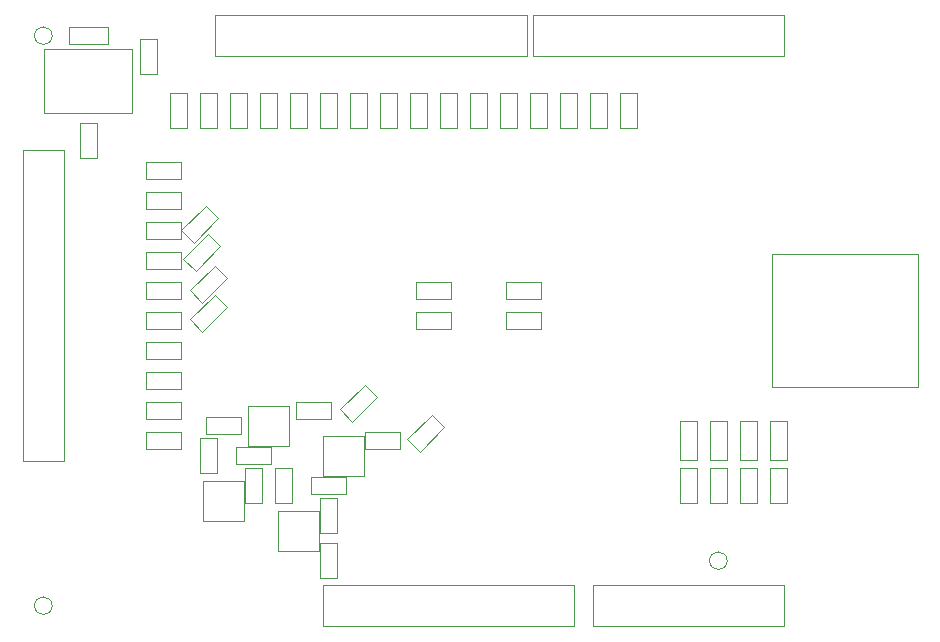
<source format=gbr>
G04 #@! TF.GenerationSoftware,KiCad,Pcbnew,5.0.2-bee76a0~70~ubuntu18.04.1*
G04 #@! TF.CreationDate,2019-04-12T14:14:33+02:00*
G04 #@! TF.ProjectId,KiCad_Shield,4b694361-645f-4536-9869-656c642e6b69,rev?*
G04 #@! TF.SameCoordinates,Original*
G04 #@! TF.FileFunction,Other,User*
%FSLAX46Y46*%
G04 Gerber Fmt 4.6, Leading zero omitted, Abs format (unit mm)*
G04 Created by KiCad (PCBNEW 5.0.2-bee76a0~70~ubuntu18.04.1) date Fr 12 Apr 2019 14:14:33 CEST*
%MOMM*%
%LPD*%
G01*
G04 APERTURE LIST*
%ADD10C,0.050000*%
G04 APERTURE END LIST*
D10*
G04 #@! TO.C,Q4*
X127028000Y-113235000D02*
X130528000Y-113235000D01*
X127028000Y-116635000D02*
X127028000Y-113235000D01*
X130528000Y-116635000D02*
X127028000Y-116635000D01*
X130528000Y-113235000D02*
X130528000Y-116635000D01*
G04 #@! TO.C,P1*
X137188000Y-122075000D02*
X137188000Y-125575000D01*
X158488000Y-122075000D02*
X158488000Y-125575000D01*
X137188000Y-122075000D02*
X158488000Y-122075000D01*
X137188000Y-125575000D02*
X158488000Y-125575000D01*
G04 #@! TO.C,P2*
X160048000Y-122075000D02*
X160048000Y-125575000D01*
X176248000Y-122075000D02*
X176248000Y-125575000D01*
X160048000Y-122075000D02*
X176248000Y-122075000D01*
X160048000Y-125575000D02*
X176248000Y-125575000D01*
G04 #@! TO.C,P3*
X128044000Y-73815000D02*
X128044000Y-77315000D01*
X154444000Y-73815000D02*
X154444000Y-77315000D01*
X128044000Y-73815000D02*
X154444000Y-73815000D01*
X128044000Y-77315000D02*
X154444000Y-77315000D01*
G04 #@! TO.C,P4*
X154968000Y-73815000D02*
X154968000Y-77315000D01*
X176268000Y-73815000D02*
X176268000Y-77315000D01*
X154968000Y-73815000D02*
X176268000Y-73815000D01*
X154968000Y-77315000D02*
X176268000Y-77315000D01*
G04 #@! TO.C,P9*
X115288000Y-111605000D02*
X115288000Y-85205000D01*
X111788000Y-111605000D02*
X111788000Y-85205000D01*
X115288000Y-111605000D02*
X111788000Y-111605000D01*
X115288000Y-85205000D02*
X111788000Y-85205000D01*
G04 #@! TO.C,C1*
X118998000Y-74835000D02*
X118998000Y-76295000D01*
X118998000Y-76295000D02*
X115698000Y-76295000D01*
X115698000Y-76295000D02*
X115698000Y-74835000D01*
X115698000Y-74835000D02*
X118998000Y-74835000D01*
G04 #@! TO.C,IC1*
X113618000Y-76675000D02*
X113618000Y-82075000D01*
X121078000Y-76675000D02*
X121078000Y-82075000D01*
X113618000Y-76675000D02*
X121078000Y-76675000D01*
X113618000Y-82075000D02*
X121078000Y-82075000D01*
G04 #@! TO.C,R19*
X116618000Y-85935000D02*
X116618000Y-82975000D01*
X118078000Y-85935000D02*
X116618000Y-85935000D01*
X118078000Y-82975000D02*
X118078000Y-85935000D01*
X116618000Y-82975000D02*
X118078000Y-82975000D01*
G04 #@! TO.C,R20*
X123158000Y-78797500D02*
X121698000Y-78797500D01*
X121698000Y-78797500D02*
X121698000Y-75837500D01*
X121698000Y-75837500D02*
X123158000Y-75837500D01*
X123158000Y-75837500D02*
X123158000Y-78797500D01*
G04 #@! TO.C,J1*
X175238000Y-94085000D02*
X175238000Y-105285000D01*
X175238000Y-105285000D02*
X187588000Y-105285000D01*
X187588000Y-105285000D02*
X187588000Y-94085000D01*
X187588000Y-94085000D02*
X175238000Y-94085000D01*
G04 #@! TO.C,D1*
X168878000Y-115145000D02*
X167418000Y-115145000D01*
X167418000Y-115145000D02*
X167418000Y-112185000D01*
X167418000Y-112185000D02*
X168878000Y-112185000D01*
X168878000Y-112185000D02*
X168878000Y-115145000D01*
G04 #@! TO.C,D2*
X171418000Y-112185000D02*
X171418000Y-115145000D01*
X169958000Y-112185000D02*
X171418000Y-112185000D01*
X169958000Y-115145000D02*
X169958000Y-112185000D01*
X171418000Y-115145000D02*
X169958000Y-115145000D01*
G04 #@! TO.C,D3*
X173958000Y-115145000D02*
X172498000Y-115145000D01*
X172498000Y-115145000D02*
X172498000Y-112185000D01*
X172498000Y-112185000D02*
X173958000Y-112185000D01*
X173958000Y-112185000D02*
X173958000Y-115145000D01*
G04 #@! TO.C,D4*
X176498000Y-112185000D02*
X176498000Y-115145000D01*
X175038000Y-112185000D02*
X176498000Y-112185000D01*
X175038000Y-115145000D02*
X175038000Y-112185000D01*
X176498000Y-115145000D02*
X175038000Y-115145000D01*
G04 #@! TO.C,R21*
X168878000Y-108205000D02*
X168878000Y-111505000D01*
X167418000Y-108205000D02*
X168878000Y-108205000D01*
X167418000Y-111505000D02*
X167418000Y-108205000D01*
X168878000Y-111505000D02*
X167418000Y-111505000D01*
G04 #@! TO.C,R22*
X171418000Y-111505000D02*
X169958000Y-111505000D01*
X169958000Y-111505000D02*
X169958000Y-108205000D01*
X169958000Y-108205000D02*
X171418000Y-108205000D01*
X171418000Y-108205000D02*
X171418000Y-111505000D01*
G04 #@! TO.C,R23*
X173958000Y-108205000D02*
X173958000Y-111505000D01*
X172498000Y-108205000D02*
X173958000Y-108205000D01*
X172498000Y-111505000D02*
X172498000Y-108205000D01*
X173958000Y-111505000D02*
X172498000Y-111505000D01*
G04 #@! TO.C,R24*
X176498000Y-111505000D02*
X175038000Y-111505000D01*
X175038000Y-111505000D02*
X175038000Y-108205000D01*
X175038000Y-108205000D02*
X176498000Y-108205000D01*
X176498000Y-108205000D02*
X176498000Y-111505000D01*
G04 #@! TO.C,R1*
X125178000Y-86265000D02*
X125178000Y-87725000D01*
X125178000Y-87725000D02*
X122218000Y-87725000D01*
X122218000Y-87725000D02*
X122218000Y-86265000D01*
X122218000Y-86265000D02*
X125178000Y-86265000D01*
G04 #@! TO.C,R2*
X122218000Y-88805000D02*
X125178000Y-88805000D01*
X122218000Y-90265000D02*
X122218000Y-88805000D01*
X125178000Y-90265000D02*
X122218000Y-90265000D01*
X125178000Y-88805000D02*
X125178000Y-90265000D01*
G04 #@! TO.C,R3*
X125178000Y-91345000D02*
X125178000Y-92805000D01*
X125178000Y-92805000D02*
X122218000Y-92805000D01*
X122218000Y-92805000D02*
X122218000Y-91345000D01*
X122218000Y-91345000D02*
X125178000Y-91345000D01*
G04 #@! TO.C,R4*
X122218000Y-93885000D02*
X125178000Y-93885000D01*
X122218000Y-95345000D02*
X122218000Y-93885000D01*
X125178000Y-95345000D02*
X122218000Y-95345000D01*
X125178000Y-93885000D02*
X125178000Y-95345000D01*
G04 #@! TO.C,R5*
X122218000Y-96425000D02*
X125178000Y-96425000D01*
X122218000Y-97885000D02*
X122218000Y-96425000D01*
X125178000Y-97885000D02*
X122218000Y-97885000D01*
X125178000Y-96425000D02*
X125178000Y-97885000D01*
G04 #@! TO.C,R6*
X122218000Y-98965000D02*
X125178000Y-98965000D01*
X122218000Y-100425000D02*
X122218000Y-98965000D01*
X125178000Y-100425000D02*
X122218000Y-100425000D01*
X125178000Y-98965000D02*
X125178000Y-100425000D01*
G04 #@! TO.C,R7*
X125178000Y-101505000D02*
X125178000Y-102965000D01*
X125178000Y-102965000D02*
X122218000Y-102965000D01*
X122218000Y-102965000D02*
X122218000Y-101505000D01*
X122218000Y-101505000D02*
X125178000Y-101505000D01*
G04 #@! TO.C,R8*
X122218000Y-104045000D02*
X125178000Y-104045000D01*
X122218000Y-105505000D02*
X122218000Y-104045000D01*
X125178000Y-105505000D02*
X122218000Y-105505000D01*
X125178000Y-104045000D02*
X125178000Y-105505000D01*
G04 #@! TO.C,R9*
X125178000Y-106585000D02*
X125178000Y-108045000D01*
X125178000Y-108045000D02*
X122218000Y-108045000D01*
X122218000Y-108045000D02*
X122218000Y-106585000D01*
X122218000Y-106585000D02*
X125178000Y-106585000D01*
G04 #@! TO.C,R10*
X122218000Y-109125000D02*
X125178000Y-109125000D01*
X122218000Y-110585000D02*
X122218000Y-109125000D01*
X125178000Y-110585000D02*
X122218000Y-110585000D01*
X125178000Y-109125000D02*
X125178000Y-110585000D01*
G04 #@! TO.C,R15*
X152698000Y-96425000D02*
X155658000Y-96425000D01*
X152698000Y-97885000D02*
X152698000Y-96425000D01*
X155658000Y-97885000D02*
X152698000Y-97885000D01*
X155658000Y-96425000D02*
X155658000Y-97885000D01*
G04 #@! TO.C,R16*
X155658000Y-100425000D02*
X152698000Y-100425000D01*
X155658000Y-98965000D02*
X155658000Y-100425000D01*
X152698000Y-98965000D02*
X155658000Y-98965000D01*
X152698000Y-100425000D02*
X152698000Y-98965000D01*
G04 #@! TO.C,R17*
X148038000Y-96425000D02*
X148038000Y-97885000D01*
X148038000Y-97885000D02*
X145078000Y-97885000D01*
X145078000Y-97885000D02*
X145078000Y-96425000D01*
X145078000Y-96425000D02*
X148038000Y-96425000D01*
G04 #@! TO.C,R18*
X145078000Y-100425000D02*
X145078000Y-98965000D01*
X145078000Y-98965000D02*
X148038000Y-98965000D01*
X148038000Y-98965000D02*
X148038000Y-100425000D01*
X148038000Y-100425000D02*
X145078000Y-100425000D01*
G04 #@! TO.C,R27*
X124238000Y-80435000D02*
X125698000Y-80435000D01*
X125698000Y-80435000D02*
X125698000Y-83395000D01*
X125698000Y-83395000D02*
X124238000Y-83395000D01*
X124238000Y-83395000D02*
X124238000Y-80435000D01*
G04 #@! TO.C,R28*
X126778000Y-83395000D02*
X126778000Y-80435000D01*
X128238000Y-83395000D02*
X126778000Y-83395000D01*
X128238000Y-80435000D02*
X128238000Y-83395000D01*
X126778000Y-80435000D02*
X128238000Y-80435000D01*
G04 #@! TO.C,R29*
X129318000Y-80435000D02*
X130778000Y-80435000D01*
X130778000Y-80435000D02*
X130778000Y-83395000D01*
X130778000Y-83395000D02*
X129318000Y-83395000D01*
X129318000Y-83395000D02*
X129318000Y-80435000D01*
G04 #@! TO.C,R30*
X131858000Y-83395000D02*
X131858000Y-80435000D01*
X133318000Y-83395000D02*
X131858000Y-83395000D01*
X133318000Y-80435000D02*
X133318000Y-83395000D01*
X131858000Y-80435000D02*
X133318000Y-80435000D01*
G04 #@! TO.C,R31*
X134398000Y-80435000D02*
X135858000Y-80435000D01*
X135858000Y-80435000D02*
X135858000Y-83395000D01*
X135858000Y-83395000D02*
X134398000Y-83395000D01*
X134398000Y-83395000D02*
X134398000Y-80435000D01*
G04 #@! TO.C,R32*
X136938000Y-80435000D02*
X138398000Y-80435000D01*
X138398000Y-80435000D02*
X138398000Y-83395000D01*
X138398000Y-83395000D02*
X136938000Y-83395000D01*
X136938000Y-83395000D02*
X136938000Y-80435000D01*
G04 #@! TO.C,R33*
X139478000Y-83395000D02*
X139478000Y-80435000D01*
X140938000Y-83395000D02*
X139478000Y-83395000D01*
X140938000Y-80435000D02*
X140938000Y-83395000D01*
X139478000Y-80435000D02*
X140938000Y-80435000D01*
G04 #@! TO.C,R34*
X142018000Y-80435000D02*
X143478000Y-80435000D01*
X143478000Y-80435000D02*
X143478000Y-83395000D01*
X143478000Y-83395000D02*
X142018000Y-83395000D01*
X142018000Y-83395000D02*
X142018000Y-80435000D01*
G04 #@! TO.C,R35*
X144558000Y-83395000D02*
X144558000Y-80435000D01*
X146018000Y-83395000D02*
X144558000Y-83395000D01*
X146018000Y-80435000D02*
X146018000Y-83395000D01*
X144558000Y-80435000D02*
X146018000Y-80435000D01*
G04 #@! TO.C,R36*
X147098000Y-80435000D02*
X148558000Y-80435000D01*
X148558000Y-80435000D02*
X148558000Y-83395000D01*
X148558000Y-83395000D02*
X147098000Y-83395000D01*
X147098000Y-83395000D02*
X147098000Y-80435000D01*
G04 #@! TO.C,R37*
X149638000Y-83395000D02*
X149638000Y-80435000D01*
X151098000Y-83395000D02*
X149638000Y-83395000D01*
X151098000Y-80435000D02*
X151098000Y-83395000D01*
X149638000Y-80435000D02*
X151098000Y-80435000D01*
G04 #@! TO.C,R38*
X152178000Y-80435000D02*
X153638000Y-80435000D01*
X153638000Y-80435000D02*
X153638000Y-83395000D01*
X153638000Y-83395000D02*
X152178000Y-83395000D01*
X152178000Y-83395000D02*
X152178000Y-80435000D01*
G04 #@! TO.C,R39*
X154718000Y-83395000D02*
X154718000Y-80435000D01*
X156178000Y-83395000D02*
X154718000Y-83395000D01*
X156178000Y-80435000D02*
X156178000Y-83395000D01*
X154718000Y-80435000D02*
X156178000Y-80435000D01*
G04 #@! TO.C,R40*
X157258000Y-80435000D02*
X158718000Y-80435000D01*
X158718000Y-80435000D02*
X158718000Y-83395000D01*
X158718000Y-83395000D02*
X157258000Y-83395000D01*
X157258000Y-83395000D02*
X157258000Y-80435000D01*
G04 #@! TO.C,R41*
X159798000Y-83395000D02*
X159798000Y-80435000D01*
X161258000Y-83395000D02*
X159798000Y-83395000D01*
X161258000Y-80435000D02*
X161258000Y-83395000D01*
X159798000Y-80435000D02*
X161258000Y-80435000D01*
G04 #@! TO.C,R42*
X162338000Y-80435000D02*
X163798000Y-80435000D01*
X163798000Y-80435000D02*
X163798000Y-83395000D01*
X163798000Y-83395000D02*
X162338000Y-83395000D01*
X162338000Y-83395000D02*
X162338000Y-80435000D01*
G04 #@! TO.C,Q1*
X140688000Y-109425000D02*
X140688000Y-112825000D01*
X140688000Y-112825000D02*
X137188000Y-112825000D01*
X137188000Y-112825000D02*
X137188000Y-109425000D01*
X137188000Y-109425000D02*
X140688000Y-109425000D01*
G04 #@! TO.C,Q2*
X133378000Y-115775000D02*
X136878000Y-115775000D01*
X133378000Y-119175000D02*
X133378000Y-115775000D01*
X136878000Y-119175000D02*
X133378000Y-119175000D01*
X136878000Y-115775000D02*
X136878000Y-119175000D01*
G04 #@! TO.C,Q3*
X134338000Y-106885000D02*
X134338000Y-110285000D01*
X134338000Y-110285000D02*
X130838000Y-110285000D01*
X130838000Y-110285000D02*
X130838000Y-106885000D01*
X130838000Y-106885000D02*
X134338000Y-106885000D01*
G04 #@! TO.C,R25*
X125945294Y-99590330D02*
X128038330Y-97497294D01*
X126977670Y-100622706D02*
X125945294Y-99590330D01*
X129070706Y-98529670D02*
X126977670Y-100622706D01*
X128038330Y-97497294D02*
X129070706Y-98529670D01*
G04 #@! TO.C,R26*
X128038330Y-95035447D02*
X129070706Y-96067823D01*
X129070706Y-96067823D02*
X126977670Y-98160859D01*
X126977670Y-98160859D02*
X125945294Y-97128483D01*
X125945294Y-97128483D02*
X128038330Y-95035447D01*
G04 #@! TO.C,R43*
X125388447Y-94432177D02*
X127481483Y-92339141D01*
X126420823Y-95464553D02*
X125388447Y-94432177D01*
X128513859Y-93371517D02*
X126420823Y-95464553D01*
X127481483Y-92339141D02*
X128513859Y-93371517D01*
G04 #@! TO.C,R44*
X127325177Y-89955447D02*
X128357553Y-90987823D01*
X128357553Y-90987823D02*
X126264517Y-93080859D01*
X126264517Y-93080859D02*
X125232141Y-92048483D01*
X125232141Y-92048483D02*
X127325177Y-89955447D01*
G04 #@! TO.C,R45*
X140785500Y-109125000D02*
X143745500Y-109125000D01*
X140785500Y-110585000D02*
X140785500Y-109125000D01*
X143745500Y-110585000D02*
X140785500Y-110585000D01*
X143745500Y-109125000D02*
X143745500Y-110585000D01*
G04 #@! TO.C,R46*
X138398000Y-114725000D02*
X138398000Y-117685000D01*
X136938000Y-114725000D02*
X138398000Y-114725000D01*
X136938000Y-117685000D02*
X136938000Y-114725000D01*
X138398000Y-117685000D02*
X136938000Y-117685000D01*
G04 #@! TO.C,R47*
X139148000Y-112935000D02*
X139148000Y-114395000D01*
X139148000Y-114395000D02*
X136188000Y-114395000D01*
X136188000Y-114395000D02*
X136188000Y-112935000D01*
X136188000Y-112935000D02*
X139148000Y-112935000D01*
G04 #@! TO.C,R48*
X134588000Y-115145000D02*
X133128000Y-115145000D01*
X133128000Y-115145000D02*
X133128000Y-112185000D01*
X133128000Y-112185000D02*
X134588000Y-112185000D01*
X134588000Y-112185000D02*
X134588000Y-115145000D01*
G04 #@! TO.C,R49*
X134918000Y-106585000D02*
X137878000Y-106585000D01*
X134918000Y-108045000D02*
X134918000Y-106585000D01*
X137878000Y-108045000D02*
X134918000Y-108045000D01*
X137878000Y-106585000D02*
X137878000Y-108045000D01*
G04 #@! TO.C,R50*
X132798000Y-111855000D02*
X129838000Y-111855000D01*
X132798000Y-110395000D02*
X132798000Y-111855000D01*
X129838000Y-110395000D02*
X132798000Y-110395000D01*
X129838000Y-111855000D02*
X129838000Y-110395000D01*
G04 #@! TO.C,R51*
X130588000Y-112185000D02*
X132048000Y-112185000D01*
X132048000Y-112185000D02*
X132048000Y-115145000D01*
X132048000Y-115145000D02*
X130588000Y-115145000D01*
X130588000Y-115145000D02*
X130588000Y-112185000D01*
G04 #@! TO.C,R52*
X128238000Y-112605000D02*
X126778000Y-112605000D01*
X126778000Y-112605000D02*
X126778000Y-109645000D01*
X126778000Y-109645000D02*
X128238000Y-109645000D01*
X128238000Y-109645000D02*
X128238000Y-112605000D01*
G04 #@! TO.C,R11*
X147485706Y-108689670D02*
X145392670Y-110782706D01*
X146453330Y-107657294D02*
X147485706Y-108689670D01*
X144360294Y-109750330D02*
X146453330Y-107657294D01*
X145392670Y-110782706D02*
X144360294Y-109750330D01*
G04 #@! TO.C,R12*
X138398000Y-118535000D02*
X138398000Y-121495000D01*
X136938000Y-118535000D02*
X138398000Y-118535000D01*
X136938000Y-121495000D02*
X136938000Y-118535000D01*
X138398000Y-121495000D02*
X136938000Y-121495000D01*
G04 #@! TO.C,R13*
X139677670Y-108242706D02*
X138645294Y-107210330D01*
X138645294Y-107210330D02*
X140738330Y-105117294D01*
X140738330Y-105117294D02*
X141770706Y-106149670D01*
X141770706Y-106149670D02*
X139677670Y-108242706D01*
G04 #@! TO.C,R14*
X127298000Y-109315000D02*
X127298000Y-107855000D01*
X127298000Y-107855000D02*
X130258000Y-107855000D01*
X130258000Y-107855000D02*
X130258000Y-109315000D01*
X130258000Y-109315000D02*
X127298000Y-109315000D01*
G04 #@! TO.C,REF\002A\002A*
X114288000Y-123825000D02*
G75*
G03X114288000Y-123825000I-750000J0D01*
G01*
X171438000Y-120015000D02*
G75*
G03X171438000Y-120015000I-750000J0D01*
G01*
X114288000Y-75565000D02*
G75*
G03X114288000Y-75565000I-750000J0D01*
G01*
G04 #@! TD*
M02*

</source>
